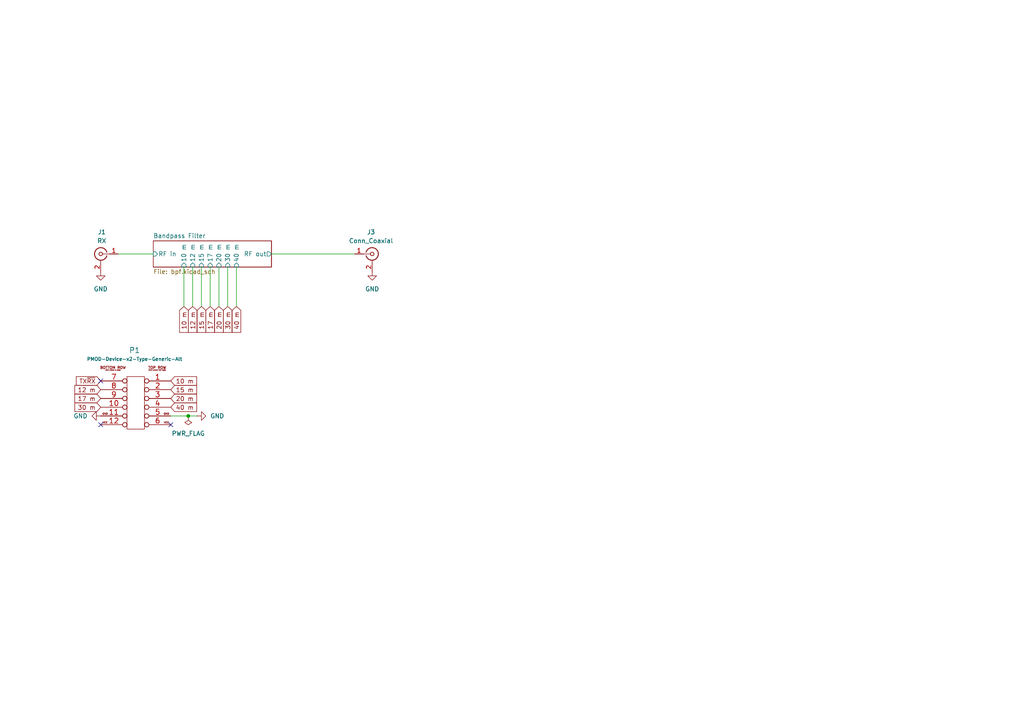
<source format=kicad_sch>
(kicad_sch (version 20231120) (generator "eeschema") (generator_version "8.0")
  (paper "A4")
  (lib_symbols
    (symbol "Conn_Coaxial_1" (pin_names (offset 1.016) hide)
      (property "Reference" "J" (at 0.254 3.048 0))
      (property "Value" "Conn_Coaxial" (at 2.921 0 90))
      (symbol "Conn_Coaxial_1_0_1"
        (arc (start -1.778 -0.508) (mid 0.2311 -1.8066) (end 1.778 0) (stroke (width 0.254)))
        (polyline (pts (xy -2.54 0) (xy -0.508 0)))
        (polyline (pts (xy 0 -2.54) (xy 0 -1.778)))
        (circle (center 0 0) (radius 0.508) (stroke (width 0.2032)))
        (arc (start 1.778 0) (mid 0.2099 1.8101) (end -1.778 0.508) (stroke (width 0.254)))
      )
      (symbol "Conn_Coaxial_1_1_1"
        (pin passive line (at -5.08 0 0) (length 2.54) (name "In") (number "1"))
        (pin passive line (at 0 -5.08 90) (length 2.54) (name "Ext") (number "2"))
      )
    )
    (symbol "Connector:Conn_Coaxial" (pin_names (offset 1.016) hide)
      (property "Reference" "J" (at 0.254 3.048 0))
      (property "Value" "Conn_Coaxial" (at 2.921 0 90))
      (symbol "Conn_Coaxial_0_1"
        (arc (start -1.778 -0.508) (mid 0.2311 -1.8066) (end 1.778 0) (stroke (width 0.254)))
        (polyline (pts (xy -2.54 0) (xy -0.508 0)))
        (polyline (pts (xy 0 -2.54) (xy 0 -1.778)))
        (circle (center 0 0) (radius 0.508) (stroke (width 0.2032)))
        (arc (start 1.778 0) (mid 0.2099 1.8101) (end -1.778 0.508) (stroke (width 0.254)))
      )
      (symbol "Conn_Coaxial_1_1"
        (pin passive line (at -5.08 0 0) (length 2.54) (name "In") (number "1"))
        (pin passive line (at 0 -5.08 90) (length 2.54) (name "Ext") (number "2"))
      )
    )
    (symbol "pmod:PMOD-Device-x2-Type-Generic-Alt" (pin_names (offset 1.016) hide)
      (property "Reference" "P" (at 2.54 16.51 0))
      (property "Value" "PMOD-Device-x2-Type-Generic-Alt" (at 2.286 -1.016 0))
      (symbol "PMOD-Device-x2-Type-Generic-Alt_0_0"
        (text "(Pins closest to edge)" (at -4.064 17.272 0) (effects (font (size 0.254 0.254)) (justify top)))
        (text "(Pins furthest from edge)" (at 8.763 17.272 0) (effects (font (size 0.254 0.254)) (justify top)))
        (text "BOTTOM ROW" (at -4.064 18.288 0) (effects (font (size 0.762 0.762)) (justify top)))
        (text "GND" (at -6.35 4.445 0) (effects (font (size 0.508 0.508))))
        (text "GND" (at 11.43 4.445 0) (effects (font (size 0.508 0.508))))
        (text "TOP ROW" (at 8.763 18.288 0) (effects (font (size 0.762 0.762)) (justify top)))
        (text "VCC" (at -6.35 1.905 0) (effects (font (size 0.508 0.508))))
        (text "VCC" (at 11.43 1.905 0) (effects (font (size 0.508 0.508))))
      )
      (symbol "PMOD-Device-x2-Type-Generic-Alt_0_1"
        (rectangle (start 5.08 15.24) (end 0 0))
      )
      (symbol "PMOD-Device-x2-Type-Generic-Alt_1_1"
        (pin passive inverted (at 12.7 13.97 180) (length 7.62) (name "P1") (number "1"))
        (pin passive inverted (at -7.62 6.35 0) (length 7.62) (name "P10") (number "10"))
        (pin passive inverted (at -7.62 3.81 0) (length 7.62) (name "P11") (number "11"))
        (pin passive inverted (at -7.62 1.27 0) (length 7.62) (name "P12") (number "12"))
        (pin passive inverted (at 12.7 11.43 180) (length 7.62) (name "P2") (number "2"))
        (pin passive inverted (at 12.7 8.89 180) (length 7.62) (name "P3") (number "3"))
        (pin passive inverted (at 12.7 6.35 180) (length 7.62) (name "P4") (number "4"))
        (pin passive inverted (at 12.7 3.81 180) (length 7.62) (name "P5") (number "5"))
        (pin passive inverted (at 12.7 1.27 180) (length 7.62) (name "P6") (number "6"))
        (pin passive inverted (at -7.62 13.97 0) (length 7.62) (name "P7") (number "7"))
        (pin passive inverted (at -7.62 11.43 0) (length 7.62) (name "P8") (number "8"))
        (pin passive inverted (at -7.62 8.89 0) (length 7.62) (name "P9") (number "9"))
      )
    )
    (symbol "power:GND" (power) (pin_numbers hide) (pin_names (offset 0) hide)
      (property "Value" "GND" (at 0 -3.81 0))
      (symbol "GND_0_1"
        (polyline (pts (xy 0 0) (xy 0 -1.27) (xy 1.27 -1.27) (xy 0 -2.54) (xy -1.27 -1.27) (xy 0 -1.27)))
      )
      (symbol "GND_1_1"
        (pin power_in line (at 0 0 270) (length 0) (name "~") (number "1"))
      )
    )
    (symbol "power:PWR_FLAG" (power) (pin_numbers hide) (pin_names (offset 0) hide)
      (property "Value" "PWR_FLAG" (at 0 3.81 0))
      (symbol "PWR_FLAG_0_0"
        (pin power_out line (at 0 0 90) (length 0) (name "~") (number "1"))
      )
      (symbol "PWR_FLAG_0_1"
        (polyline (pts (xy 0 0) (xy 0 1.27) (xy -1.016 1.905) (xy 0 2.54) (xy 1.016 1.905) (xy 0 1.27)))
      )
    )
  )
  (junction (at 54.61 120.65))
  (no_connect (at 49.53 123.19))
  (no_connect (at 29.21 123.19))
  (no_connect (at 29.21 110.49))
  (wire (pts (xy 54.61 120.65) (xy 57.15 120.65)))
  (wire (pts (xy 58.42 77.47) (xy 58.42 88.9)))
  (wire (pts (xy 63.5 77.47) (xy 63.5 88.9)))
  (wire (pts (xy 78.74 73.66) (xy 102.87 73.66)))
  (wire (pts (xy 60.96 77.47) (xy 60.96 88.9)))
  (wire (pts (xy 68.58 77.47) (xy 68.58 88.9)))
  (wire (pts (xy 55.88 77.47) (xy 55.88 88.9)))
  (wire (pts (xy 49.53 120.65) (xy 54.61 120.65)))
  (wire (pts (xy 53.34 77.47) (xy 53.34 88.9)))
  (wire (pts (xy 34.29 73.66) (xy 44.45 73.66)))
  (wire (pts (xy 66.04 77.47) (xy 66.04 88.9)))
  (global_label "20 m" (shape input) (at 49.53 115.57 0) (property "Intersheetrefs" "${INTERSHEET_REFS}" (effects (hide yes))))
  (global_label "TX~{RX}" (shape input) (at 29.21 110.49 180) (property "Intersheetrefs" "${INTERSHEET_REFS}" (effects (hide yes))))
  (global_label "40 m" (shape input) (at 68.58 88.9 270) (property "Intersheetrefs" "${INTERSHEET_REFS}" (effects (hide yes))))
  (global_label "17 m" (shape input) (at 60.96 88.9 270) (property "Intersheetrefs" "${INTERSHEET_REFS}" (effects (hide yes))))
  (global_label "15 m" (shape input) (at 58.42 88.9 270) (property "Intersheetrefs" "${INTERSHEET_REFS}" (effects (hide yes))))
  (global_label "20 m" (shape input) (at 63.5 88.9 270) (property "Intersheetrefs" "${INTERSHEET_REFS}" (effects (hide yes))))
  (global_label "12 m" (shape input) (at 29.21 113.03 180) (property "Intersheetrefs" "${INTERSHEET_REFS}" (effects (hide yes))))
  (global_label "10 m" (shape input) (at 49.53 110.49 0) (property "Intersheetrefs" "${INTERSHEET_REFS}" (effects (hide yes))))
  (global_label "10 m" (shape input) (at 53.34 88.9 270) (property "Intersheetrefs" "${INTERSHEET_REFS}" (effects (hide yes))))
  (global_label "40 m" (shape input) (at 49.53 118.11 0) (property "Intersheetrefs" "${INTERSHEET_REFS}" (effects (hide yes))))
  (global_label "12 m" (shape input) (at 55.88 88.9 270) (property "Intersheetrefs" "${INTERSHEET_REFS}" (effects (hide yes))))
  (global_label "30 m" (shape input) (at 29.21 118.11 180) (property "Intersheetrefs" "${INTERSHEET_REFS}" (effects (hide yes))))
  (global_label "15 m" (shape input) (at 49.53 113.03 0) (property "Intersheetrefs" "${INTERSHEET_REFS}" (effects (hide yes))))
  (global_label "17 m" (shape input) (at 29.21 115.57 180) (property "Intersheetrefs" "${INTERSHEET_REFS}" (effects (hide yes))))
  (global_label "30 m" (shape input) (at 66.04 88.9 270) (property "Intersheetrefs" "${INTERSHEET_REFS}" (effects (hide yes))))
  (symbol (lib_id "power:GND") (at 57.15 120.65 90) (unit 1)
    (property "Reference" "#PWR022" (effects (hide yes)))
    (property "Value" "GND" (at 60.96 120.6499 90) (effects (justify right)))
    (property "Description" "Power symbol creates a global label with name \"GND\" , ground" (effects (hide yes)))
  )
  (symbol (lib_id "power:PWR_FLAG") (at 54.61 120.65 0) (mirror x) (unit 1)
    (property "Reference" "#FLG01" (effects (hide yes)))
    (property "Value" "PWR_FLAG" (at 54.61 125.73 0))
    (property "Description" "Special symbol for telling ERC where power comes from" (effects (hide yes)))
  )
  (symbol (lib_id "power:GND") (at 107.95 78.74 0) (mirror y) (unit 1)
    (property "Reference" "#PWR04" (effects (hide yes)))
    (property "Value" "GND" (at 107.95 83.82 0))
    (property "Description" "Power symbol creates a global label with name \"GND\" , ground" (effects (hide yes)))
  )
  (symbol (lib_id "Connector:Conn_Coaxial") (at 107.95 73.66 0) (unit 1)
    (property "Reference" "J3" (at 107.6326 67.31 0))
    (property "Value" "Conn_Coaxial" (at 107.6326 69.85 0))
    (property "Footprint" "Connector_Coaxial:SMA_Amphenol_132291_Vertical" (effects (hide yes)))
    (property "Description" "coaxial connector (BNC, SMA, SMB, SMC, Cinch/RCA, LEMO, ...)" (effects (hide yes)))
  )
  (symbol (lib_id "power:GND") (at 29.21 78.74 0) (unit 1)
    (property "Reference" "#PWR02" (effects (hide yes)))
    (property "Value" "GND" (at 29.21 83.82 0))
    (property "Description" "Power symbol creates a global label with name \"GND\" , ground" (effects (hide yes)))
  )
  (symbol (lib_name "Conn_Coaxial_1") (lib_id "Connector:Conn_Coaxial") (at 29.21 73.66 0) (mirror y) (unit 1)
    (property "Reference" "J1" (at 29.5274 67.31 0))
    (property "Value" "RX" (at 29.5274 69.85 0))
    (property "Footprint" "Connector_Coaxial:SMA_Amphenol_132289_EdgeMount" (effects (hide yes)))
    (property "Description" "coaxial connector (BNC, SMA, SMB, SMC, Cinch/RCA, LEMO, ...)" (effects (hide yes)))
  )
  (symbol (lib_id "power:GND") (at 29.21 120.65 270) (unit 1)
    (property "Reference" "#PWR023" (effects (hide yes)))
    (property "Value" "GND" (at 25.4 120.6499 90) (effects (justify right)))
    (property "Description" "Power symbol creates a global label with name \"GND\" , ground" (effects (hide yes)))
  )
  (symbol (lib_id "pmod:PMOD-Device-x2-Type-Generic-Alt") (at 36.83 124.46 0) (unit 1)
    (property "Reference" "P1" (at 39.0383 101.6 0) (effects (font (size 1.524 1.524))))
    (property "Value" "PMOD-Device-x2-Type-Generic-Alt" (at 39.0383 104.14 0) (effects (font (size 0.9906 0.9906))))
    (property "Footprint" "pmod-conn_6x2:pmod_pin_array_6x2" (effects (hide yes)))
  )
  (sheet (at 44.45 69.85) (size 34.29 7.62) (stroke (width 0.1524))
    (property "Sheetname" "Bandpass Filter" (at 44.45 69.1384 0) (effects (justify left bottom)))
    (property "Sheetfile" "bpf.kicad_sch" (at 44.45 78.0546 0) (effects (justify left top)))
    (pin "RF in" input (at 44.45 73.66 180))
    (pin "RF out" output (at 78.74 73.66 0))
    (pin "20 m" input (at 63.5 77.47 270))
    (pin "40 m" input (at 68.58 77.47 270))
    (pin "30 m" input (at 66.04 77.47 270))
    (pin "15 m" input (at 58.42 77.47 270))
    (pin "17 m" input (at 60.96 77.47 270))
    (pin "12 m" input (at 55.88 77.47 270))
    (pin "10 m" input (at 53.34 77.47 270))
  )
)
</source>
